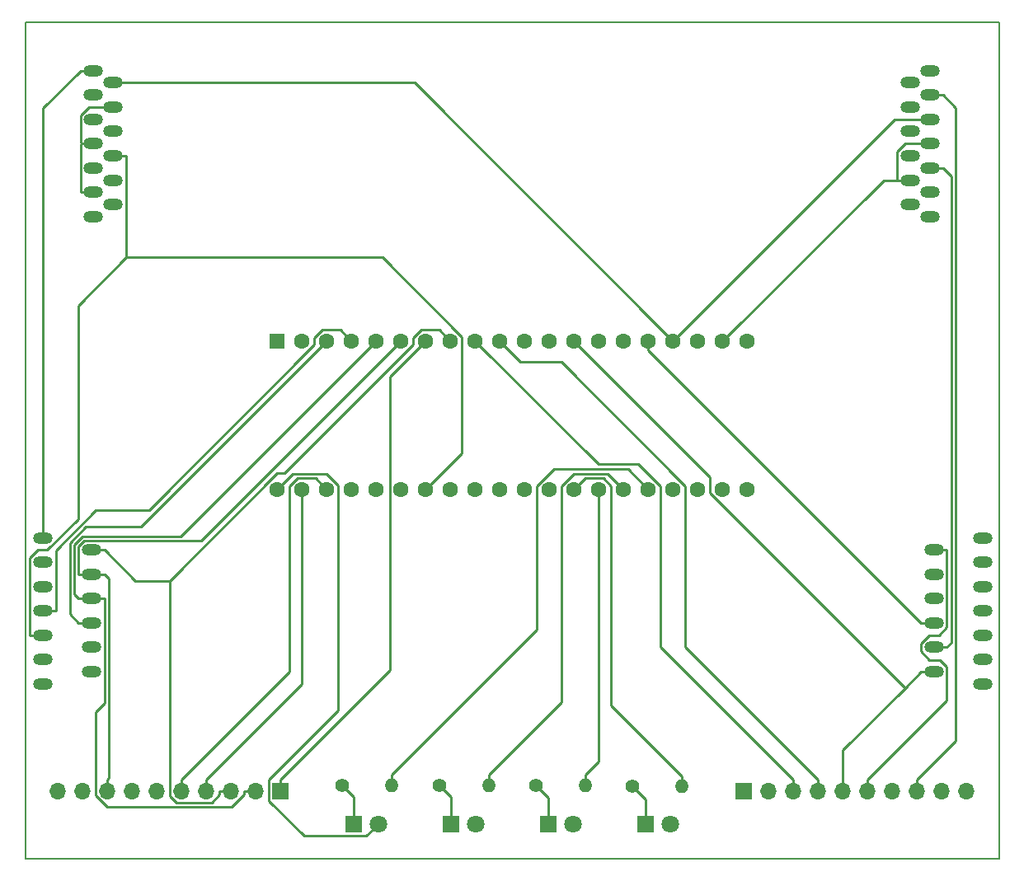
<source format=gbl>
%TF.GenerationSoftware,KiCad,Pcbnew,(5.0.2)-1*%
%TF.CreationDate,2019-02-27T18:32:07-08:00*%
%TF.ProjectId,kicad_port,6b696361-645f-4706-9f72-742e6b696361,rev?*%
%TF.SameCoordinates,Original*%
%TF.FileFunction,Copper,L2,Bot*%
%TF.FilePolarity,Positive*%
%FSLAX46Y46*%
G04 Gerber Fmt 4.6, Leading zero omitted, Abs format (unit mm)*
G04 Created by KiCad (PCBNEW (5.0.2)-1) date 2/27/2019 6:32:07 PM*
%MOMM*%
%LPD*%
G01*
G04 APERTURE LIST*
%ADD10C,0.200000*%
%ADD11O,2.000000X1.200000*%
%ADD12C,1.600000*%
%ADD13R,1.600000X1.600000*%
%ADD14C,1.800000*%
%ADD15R,1.800000X1.800000*%
%ADD16O,1.400000X1.400000*%
%ADD17C,1.400000*%
%ADD18O,1.700000X1.700000*%
%ADD19R,1.700000X1.700000*%
%ADD20C,0.250000*%
G04 APERTURE END LIST*
D10*
X100000000Y-50000000D02*
X100000000Y-136000000D01*
X200000000Y-50000000D02*
X100000000Y-50000000D01*
X200000000Y-136000000D02*
X200000000Y-50000000D01*
X100000000Y-136000000D02*
X200000000Y-136000000D01*
D11*
X101800000Y-103000000D03*
X106800000Y-104250000D03*
X101800000Y-105500000D03*
X106800000Y-106750000D03*
X101800000Y-108000000D03*
X106800000Y-109250000D03*
X101800000Y-110500000D03*
X106800000Y-111750000D03*
X101800000Y-113000000D03*
X106800000Y-114250000D03*
X101800000Y-115500000D03*
X106800000Y-116750000D03*
X101800000Y-118000000D03*
X198300000Y-118000000D03*
X193300000Y-116750000D03*
X198300000Y-115500000D03*
X193300000Y-114250000D03*
X198300000Y-113000000D03*
X193300000Y-111750000D03*
X198300000Y-110500000D03*
X193300000Y-109250000D03*
X198300000Y-108000000D03*
X193300000Y-106750000D03*
X198300000Y-105500000D03*
X193300000Y-104250000D03*
X198300000Y-103000000D03*
X192900000Y-70000000D03*
X190900000Y-68750000D03*
X192900000Y-67500000D03*
X190900000Y-66250000D03*
X192900000Y-65000000D03*
X190900000Y-63750000D03*
X192900000Y-62500000D03*
X190900000Y-61250000D03*
X192900000Y-60000000D03*
X190900000Y-58750000D03*
X192900000Y-57500000D03*
X190900000Y-56250000D03*
X192900000Y-55000000D03*
X107000000Y-55000000D03*
X109000000Y-56250000D03*
X107000000Y-57500000D03*
X109000000Y-58750000D03*
X107000000Y-60000000D03*
X109000000Y-61250000D03*
X107000000Y-62500000D03*
X109000000Y-63750000D03*
X107000000Y-65000000D03*
X109000000Y-66250000D03*
X107000000Y-67500000D03*
X109000000Y-68750000D03*
X107000000Y-70000000D03*
D12*
X125870000Y-98020000D03*
X128410000Y-98020000D03*
X130950000Y-98020000D03*
X133490000Y-98020000D03*
X136030000Y-98020000D03*
X138570000Y-98020000D03*
X141110000Y-98020000D03*
X143650000Y-98020000D03*
X146190000Y-98020000D03*
X148730000Y-98020000D03*
X151270000Y-98020000D03*
X153810000Y-98020000D03*
X156350000Y-98020000D03*
X158890000Y-98020000D03*
X161430000Y-98020000D03*
X163970000Y-98020000D03*
X166510000Y-98020000D03*
X169050000Y-98020000D03*
X171590000Y-98020000D03*
X174130000Y-98020000D03*
X174130000Y-82780000D03*
X171590000Y-82780000D03*
X169050000Y-82780000D03*
X166510000Y-82780000D03*
X163970000Y-82780000D03*
X161430000Y-82780000D03*
X158890000Y-82780000D03*
X156350000Y-82780000D03*
X153810000Y-82780000D03*
D13*
X125870000Y-82780000D03*
D12*
X128410000Y-82780000D03*
X130950000Y-82780000D03*
X133490000Y-82780000D03*
X136030000Y-82780000D03*
X138570000Y-82780000D03*
X141110000Y-82780000D03*
X143650000Y-82780000D03*
X151270000Y-82780000D03*
X148730000Y-82780000D03*
X146190000Y-82780000D03*
D14*
X136240000Y-132400000D03*
D15*
X133700000Y-132400000D03*
D14*
X146240000Y-132400000D03*
D15*
X143700000Y-132400000D03*
D14*
X156240000Y-132400000D03*
D15*
X153700000Y-132400000D03*
D14*
X166240000Y-132400000D03*
D15*
X163700000Y-132400000D03*
D16*
X137580000Y-128400000D03*
D17*
X132500000Y-128400000D03*
D16*
X147580000Y-128400000D03*
D17*
X142500000Y-128400000D03*
D16*
X157480000Y-128400000D03*
D17*
X152400000Y-128400000D03*
D16*
X167380000Y-128500000D03*
D17*
X162300000Y-128500000D03*
D18*
X196660000Y-129000000D03*
X194120000Y-129000000D03*
X191580000Y-129000000D03*
X189040000Y-129000000D03*
X186500000Y-129000000D03*
X183960000Y-129000000D03*
X181420000Y-129000000D03*
X178880000Y-129000000D03*
X176340000Y-129000000D03*
D19*
X173800000Y-129000000D03*
X126200000Y-129000000D03*
D18*
X123660000Y-129000000D03*
X121120000Y-129000000D03*
X118580000Y-129000000D03*
X116040000Y-129000000D03*
X113500000Y-129000000D03*
X110960000Y-129000000D03*
X108420000Y-129000000D03*
X105880000Y-129000000D03*
X103340000Y-129000000D03*
D20*
X132500000Y-128400000D02*
X133700000Y-129600000D01*
X133700000Y-129600000D02*
X133700000Y-132400000D01*
X136240000Y-132400000D02*
X135014600Y-133625400D01*
X135014600Y-133625400D02*
X128603300Y-133625400D01*
X128603300Y-133625400D02*
X125024600Y-130046700D01*
X125024600Y-130046700D02*
X125024600Y-127824600D01*
X125024600Y-127824600D02*
X132120700Y-120728500D01*
X132120700Y-120728500D02*
X132120700Y-97589300D01*
X132120700Y-97589300D02*
X130938200Y-96406800D01*
X130938200Y-96406800D02*
X127483200Y-96406800D01*
X127483200Y-96406800D02*
X125870000Y-98020000D01*
X142500000Y-128400000D02*
X143700000Y-129600000D01*
X143700000Y-129600000D02*
X143700000Y-132400000D01*
X152400000Y-128400000D02*
X153700000Y-129700000D01*
X153700000Y-129700000D02*
X153700000Y-132400000D01*
X162300000Y-128500000D02*
X163700000Y-129900000D01*
X163700000Y-129900000D02*
X163700000Y-132400000D01*
X107000000Y-67500000D02*
X105674700Y-67500000D01*
X105674700Y-67500000D02*
X105674700Y-62607700D01*
X105674700Y-62607700D02*
X105782400Y-62500000D01*
X105782400Y-62500000D02*
X105674700Y-62392300D01*
X105674700Y-62392300D02*
X105674700Y-59603400D01*
X105674700Y-59603400D02*
X106528100Y-58750000D01*
X106528100Y-58750000D02*
X109000000Y-58750000D01*
X189550400Y-66250000D02*
X190900000Y-66250000D01*
X171590000Y-82780000D02*
X188120000Y-66250000D01*
X188120000Y-66250000D02*
X189550400Y-66250000D01*
X192900000Y-62500000D02*
X190385200Y-62500000D01*
X190385200Y-62500000D02*
X189550400Y-63334800D01*
X189550400Y-63334800D02*
X189550400Y-66250000D01*
X107000000Y-62500000D02*
X105782400Y-62500000D01*
X116040000Y-129000000D02*
X116040000Y-127824700D01*
X116040000Y-127824700D02*
X127140000Y-116724700D01*
X127140000Y-116724700D02*
X127140000Y-97692100D01*
X127140000Y-97692100D02*
X127974900Y-96857200D01*
X127974900Y-96857200D02*
X129787200Y-96857200D01*
X129787200Y-96857200D02*
X130950000Y-98020000D01*
X191580000Y-127824700D02*
X195525900Y-123878800D01*
X195525900Y-123878800D02*
X195525900Y-58800600D01*
X195525900Y-58800600D02*
X194225300Y-57500000D01*
X192900000Y-57500000D02*
X194225300Y-57500000D01*
X191580000Y-129000000D02*
X191580000Y-127824700D01*
X166510000Y-82780000D02*
X139980000Y-56250000D01*
X139980000Y-56250000D02*
X109000000Y-56250000D01*
X166510000Y-82780000D02*
X189290000Y-60000000D01*
X189290000Y-60000000D02*
X192900000Y-60000000D01*
X194625300Y-114250000D02*
X195075600Y-113799700D01*
X195075600Y-113799700D02*
X195075600Y-65850300D01*
X195075600Y-65850300D02*
X194225300Y-65000000D01*
X193300000Y-114250000D02*
X194625300Y-114250000D01*
X192900000Y-65000000D02*
X194225300Y-65000000D01*
X105674700Y-55000000D02*
X101800000Y-58874700D01*
X101800000Y-58874700D02*
X101800000Y-103000000D01*
X107000000Y-55000000D02*
X105674700Y-55000000D01*
X109000000Y-63750000D02*
X110325300Y-63750000D01*
X110377200Y-74176300D02*
X105436300Y-79117200D01*
X105436300Y-79117200D02*
X105436300Y-101072400D01*
X105436300Y-101072400D02*
X102258700Y-104250000D01*
X102258700Y-104250000D02*
X101255100Y-104250000D01*
X101255100Y-104250000D02*
X100474700Y-105030400D01*
X100474700Y-105030400D02*
X100474700Y-113000000D01*
X110325300Y-63750000D02*
X110325300Y-74124400D01*
X110325300Y-74124400D02*
X110377200Y-74176300D01*
X141110000Y-98020000D02*
X144808600Y-94321400D01*
X144808600Y-94321400D02*
X144808600Y-82341700D01*
X144808600Y-82341700D02*
X136643200Y-74176300D01*
X136643200Y-74176300D02*
X110377200Y-74176300D01*
X101800000Y-113000000D02*
X100474700Y-113000000D01*
X193300000Y-104250000D02*
X194625300Y-104250000D01*
X186500000Y-129000000D02*
X186500000Y-127824700D01*
X186500000Y-127824700D02*
X194625400Y-119699300D01*
X194625400Y-119699300D02*
X194625400Y-116275200D01*
X194625400Y-116275200D02*
X193882600Y-115532400D01*
X193882600Y-115532400D02*
X192834100Y-115532400D01*
X192834100Y-115532400D02*
X191960600Y-114658900D01*
X191960600Y-114658900D02*
X191960600Y-113830100D01*
X191960600Y-113830100D02*
X192790700Y-113000000D01*
X192790700Y-113000000D02*
X193819700Y-113000000D01*
X193819700Y-113000000D02*
X194625300Y-112194400D01*
X194625300Y-112194400D02*
X194625300Y-104250000D01*
X163970000Y-82780000D02*
X163970000Y-83745300D01*
X163970000Y-83745300D02*
X191974700Y-111750000D01*
X193300000Y-111750000D02*
X191974700Y-111750000D01*
X181420000Y-129000000D02*
X181420000Y-127824700D01*
X181420000Y-127824700D02*
X167780000Y-114184700D01*
X167780000Y-114184700D02*
X167780000Y-97666000D01*
X167780000Y-97666000D02*
X155011200Y-84897200D01*
X155011200Y-84897200D02*
X150847200Y-84897200D01*
X150847200Y-84897200D02*
X148730000Y-82780000D01*
X190317000Y-118407700D02*
X191974700Y-116750000D01*
X183960000Y-129000000D02*
X183960000Y-124764700D01*
X183960000Y-124764700D02*
X190317000Y-118407700D01*
X156350000Y-82780000D02*
X170320000Y-96750000D01*
X170320000Y-96750000D02*
X170320000Y-98410800D01*
X170320000Y-98410800D02*
X190317000Y-118407700D01*
X193300000Y-116750000D02*
X191974700Y-116750000D01*
X178880000Y-129000000D02*
X178880000Y-127824700D01*
X146190000Y-82780000D02*
X158825600Y-95415600D01*
X158825600Y-95415600D02*
X162958700Y-95415600D01*
X162958700Y-95415600D02*
X165240000Y-97696900D01*
X165240000Y-97696900D02*
X165240000Y-114184700D01*
X165240000Y-114184700D02*
X178880000Y-127824700D01*
X114854300Y-107397000D02*
X125873600Y-96377700D01*
X125873600Y-96377700D02*
X126563900Y-96377700D01*
X126563900Y-96377700D02*
X139840000Y-83101600D01*
X139840000Y-83101600D02*
X139840000Y-82444100D01*
X139840000Y-82444100D02*
X140658600Y-81625500D01*
X140658600Y-81625500D02*
X142495500Y-81625500D01*
X142495500Y-81625500D02*
X143650000Y-82780000D01*
X119944700Y-129000000D02*
X119944700Y-129367300D01*
X119944700Y-129367300D02*
X119124600Y-130187400D01*
X119124600Y-130187400D02*
X115542100Y-130187400D01*
X115542100Y-130187400D02*
X114854300Y-129499600D01*
X114854300Y-129499600D02*
X114854300Y-107397000D01*
X114854300Y-107397000D02*
X111272300Y-107397000D01*
X111272300Y-107397000D02*
X108125300Y-104250000D01*
X106800000Y-104250000D02*
X108125300Y-104250000D01*
X121120000Y-129000000D02*
X119944700Y-129000000D01*
X126200000Y-129000000D02*
X126200000Y-127824700D01*
X141110000Y-82780000D02*
X137444600Y-86445400D01*
X137444600Y-86445400D02*
X137444600Y-116580100D01*
X137444600Y-116580100D02*
X126200000Y-127824700D01*
X106800000Y-106750000D02*
X108125300Y-106750000D01*
X108420000Y-129000000D02*
X108420000Y-127824700D01*
X108420000Y-127824700D02*
X108587000Y-127657700D01*
X108587000Y-127657700D02*
X108587000Y-107211700D01*
X108587000Y-107211700D02*
X108125300Y-106750000D01*
X106800000Y-106750000D02*
X105474700Y-106750000D01*
X138570000Y-82780000D02*
X118025300Y-103324700D01*
X118025300Y-103324700D02*
X106016700Y-103324700D01*
X106016700Y-103324700D02*
X105474700Y-103866700D01*
X105474700Y-103866700D02*
X105474700Y-106750000D01*
X106800000Y-109250000D02*
X108125300Y-109250000D01*
X123660000Y-129000000D02*
X122484700Y-129000000D01*
X122484700Y-129000000D02*
X122484700Y-129367300D01*
X122484700Y-129367300D02*
X121213100Y-130638900D01*
X121213100Y-130638900D02*
X108372500Y-130638900D01*
X108372500Y-130638900D02*
X107222600Y-129489000D01*
X107222600Y-129489000D02*
X107222600Y-120874700D01*
X107222600Y-120874700D02*
X108125300Y-119972000D01*
X108125300Y-119972000D02*
X108125300Y-109250000D01*
X106800000Y-109250000D02*
X105474700Y-109250000D01*
X105474700Y-109250000D02*
X105022600Y-108797900D01*
X105022600Y-108797900D02*
X105022600Y-103680900D01*
X105022600Y-103680900D02*
X105829200Y-102874300D01*
X105829200Y-102874300D02*
X115935700Y-102874300D01*
X115935700Y-102874300D02*
X136030000Y-82780000D01*
X101800000Y-110500000D02*
X103125300Y-110500000D01*
X133490000Y-82780000D02*
X132364600Y-81654600D01*
X132364600Y-81654600D02*
X130477800Y-81654600D01*
X130477800Y-81654600D02*
X129680000Y-82452400D01*
X129680000Y-82452400D02*
X129680000Y-83172900D01*
X129680000Y-83172900D02*
X112704200Y-100148700D01*
X112704200Y-100148700D02*
X107249700Y-100148700D01*
X107249700Y-100148700D02*
X103125300Y-104273100D01*
X103125300Y-104273100D02*
X103125300Y-110500000D01*
X130950000Y-82780000D02*
X111900500Y-101829500D01*
X111900500Y-101829500D02*
X106237000Y-101829500D01*
X106237000Y-101829500D02*
X104550700Y-103515800D01*
X104550700Y-103515800D02*
X104550700Y-110826000D01*
X104550700Y-110826000D02*
X105474700Y-111750000D01*
X106800000Y-111750000D02*
X105474700Y-111750000D01*
X128410000Y-98020000D02*
X128410000Y-117994700D01*
X128410000Y-117994700D02*
X118580000Y-127824700D01*
X118580000Y-129000000D02*
X118580000Y-127824700D01*
X137580000Y-128400000D02*
X137580000Y-127374700D01*
X137580000Y-127374700D02*
X152540000Y-112414700D01*
X152540000Y-112414700D02*
X152540000Y-97665900D01*
X152540000Y-97665900D02*
X154275600Y-95930300D01*
X154275600Y-95930300D02*
X161880300Y-95930300D01*
X161880300Y-95930300D02*
X163970000Y-98020000D01*
X147580000Y-128400000D02*
X147580000Y-127374700D01*
X147580000Y-127374700D02*
X155080000Y-119874700D01*
X155080000Y-119874700D02*
X155080000Y-97680200D01*
X155080000Y-97680200D02*
X156341400Y-96418800D01*
X156341400Y-96418800D02*
X159828800Y-96418800D01*
X159828800Y-96418800D02*
X161430000Y-98020000D01*
X157480000Y-128400000D02*
X157480000Y-127374700D01*
X157480000Y-127374700D02*
X158890000Y-125964700D01*
X158890000Y-125964700D02*
X158890000Y-98020000D01*
X167380000Y-128500000D02*
X167380000Y-127474700D01*
X167380000Y-127474700D02*
X160160000Y-120254700D01*
X160160000Y-120254700D02*
X160160000Y-97696300D01*
X160160000Y-97696300D02*
X159332900Y-96869200D01*
X159332900Y-96869200D02*
X157500800Y-96869200D01*
X157500800Y-96869200D02*
X156350000Y-98020000D01*
M02*

</source>
